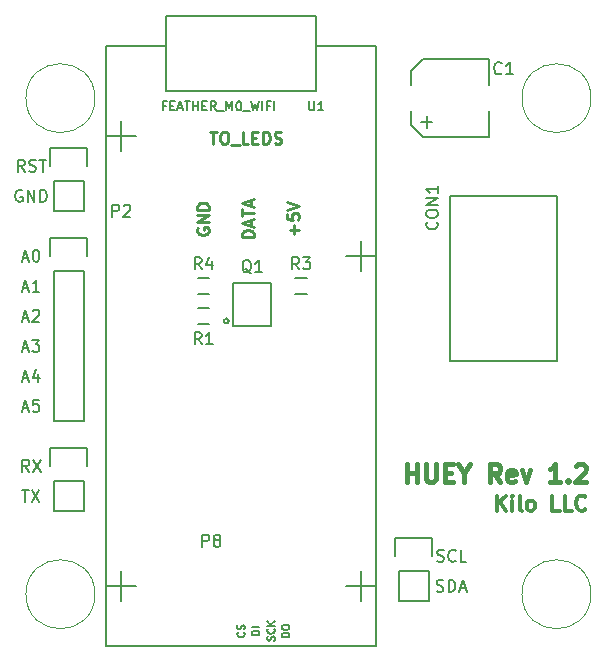
<source format=gto>
G04 #@! TF.FileFunction,Legend,Top*
%FSLAX46Y46*%
G04 Gerber Fmt 4.6, Leading zero omitted, Abs format (unit mm)*
G04 Created by KiCad (PCBNEW 4.0.5+dfsg1-4) date Mon May 28 17:54:40 2018*
%MOMM*%
%LPD*%
G01*
G04 APERTURE LIST*
%ADD10C,0.100000*%
%ADD11C,0.317500*%
%ADD12C,0.381000*%
%ADD13C,0.150000*%
%ADD14C,0.127000*%
%ADD15C,0.050800*%
%ADD16C,0.158750*%
%ADD17C,0.152400*%
%ADD18C,0.190500*%
%ADD19C,0.254000*%
G04 APERTURE END LIST*
D10*
D11*
X96005953Y-93919524D02*
X96005953Y-92649524D01*
X96731667Y-93919524D02*
X96187382Y-93193810D01*
X96731667Y-92649524D02*
X96005953Y-93375238D01*
X97275953Y-93919524D02*
X97275953Y-93072857D01*
X97275953Y-92649524D02*
X97215477Y-92710000D01*
X97275953Y-92770476D01*
X97336429Y-92710000D01*
X97275953Y-92649524D01*
X97275953Y-92770476D01*
X98062144Y-93919524D02*
X97941191Y-93859048D01*
X97880715Y-93738095D01*
X97880715Y-92649524D01*
X98727382Y-93919524D02*
X98606429Y-93859048D01*
X98545953Y-93798571D01*
X98485477Y-93677619D01*
X98485477Y-93314762D01*
X98545953Y-93193810D01*
X98606429Y-93133333D01*
X98727382Y-93072857D01*
X98908810Y-93072857D01*
X99029762Y-93133333D01*
X99090239Y-93193810D01*
X99150715Y-93314762D01*
X99150715Y-93677619D01*
X99090239Y-93798571D01*
X99029762Y-93859048D01*
X98908810Y-93919524D01*
X98727382Y-93919524D01*
X101267382Y-93919524D02*
X100662620Y-93919524D01*
X100662620Y-92649524D01*
X102295477Y-93919524D02*
X101690715Y-93919524D01*
X101690715Y-92649524D01*
X103444524Y-93798571D02*
X103384048Y-93859048D01*
X103202619Y-93919524D01*
X103081667Y-93919524D01*
X102900239Y-93859048D01*
X102779286Y-93738095D01*
X102718810Y-93617143D01*
X102658334Y-93375238D01*
X102658334Y-93193810D01*
X102718810Y-92951905D01*
X102779286Y-92830952D01*
X102900239Y-92710000D01*
X103081667Y-92649524D01*
X103202619Y-92649524D01*
X103384048Y-92710000D01*
X103444524Y-92770476D01*
D12*
X88337571Y-91494429D02*
X88337571Y-89970429D01*
X88337571Y-90696143D02*
X89208428Y-90696143D01*
X89208428Y-91494429D02*
X89208428Y-89970429D01*
X89934142Y-89970429D02*
X89934142Y-91204143D01*
X90006714Y-91349286D01*
X90079285Y-91421857D01*
X90224428Y-91494429D01*
X90514714Y-91494429D01*
X90659856Y-91421857D01*
X90732428Y-91349286D01*
X90804999Y-91204143D01*
X90804999Y-89970429D01*
X91530713Y-90696143D02*
X92038713Y-90696143D01*
X92256427Y-91494429D02*
X91530713Y-91494429D01*
X91530713Y-89970429D01*
X92256427Y-89970429D01*
X93199856Y-90768714D02*
X93199856Y-91494429D01*
X92691856Y-89970429D02*
X93199856Y-90768714D01*
X93707856Y-89970429D01*
X96247856Y-91494429D02*
X95739856Y-90768714D01*
X95376999Y-91494429D02*
X95376999Y-89970429D01*
X95957571Y-89970429D01*
X96102713Y-90043000D01*
X96175285Y-90115571D01*
X96247856Y-90260714D01*
X96247856Y-90478429D01*
X96175285Y-90623571D01*
X96102713Y-90696143D01*
X95957571Y-90768714D01*
X95376999Y-90768714D01*
X97481571Y-91421857D02*
X97336428Y-91494429D01*
X97046142Y-91494429D01*
X96900999Y-91421857D01*
X96828428Y-91276714D01*
X96828428Y-90696143D01*
X96900999Y-90551000D01*
X97046142Y-90478429D01*
X97336428Y-90478429D01*
X97481571Y-90551000D01*
X97554142Y-90696143D01*
X97554142Y-90841286D01*
X96828428Y-90986429D01*
X98062142Y-90478429D02*
X98424999Y-91494429D01*
X98787857Y-90478429D01*
X101327857Y-91494429D02*
X100457000Y-91494429D01*
X100892428Y-91494429D02*
X100892428Y-89970429D01*
X100747285Y-90188143D01*
X100602143Y-90333286D01*
X100457000Y-90405857D01*
X101981000Y-91349286D02*
X102053572Y-91421857D01*
X101981000Y-91494429D01*
X101908429Y-91421857D01*
X101981000Y-91349286D01*
X101981000Y-91494429D01*
X102634143Y-90115571D02*
X102706714Y-90043000D01*
X102851857Y-89970429D01*
X103214714Y-89970429D01*
X103359857Y-90043000D01*
X103432428Y-90115571D01*
X103505000Y-90260714D01*
X103505000Y-90405857D01*
X103432428Y-90623571D01*
X102561571Y-91494429D01*
X103505000Y-91494429D01*
D13*
X60960000Y-66040000D02*
X60960000Y-68580000D01*
X61240000Y-63220000D02*
X61240000Y-64770000D01*
X60960000Y-66040000D02*
X58420000Y-66040000D01*
X58140000Y-64770000D02*
X58140000Y-63220000D01*
X58140000Y-63220000D02*
X61240000Y-63220000D01*
X58420000Y-66040000D02*
X58420000Y-68580000D01*
X58420000Y-68580000D02*
X60960000Y-68580000D01*
X90170000Y-99060000D02*
X90170000Y-101600000D01*
X90450000Y-96240000D02*
X90450000Y-97790000D01*
X90170000Y-99060000D02*
X87630000Y-99060000D01*
X87350000Y-97790000D02*
X87350000Y-96240000D01*
X87350000Y-96240000D02*
X90450000Y-96240000D01*
X87630000Y-99060000D02*
X87630000Y-101600000D01*
X87630000Y-101600000D02*
X90170000Y-101600000D01*
X60960000Y-91440000D02*
X60960000Y-93980000D01*
X61240000Y-88620000D02*
X61240000Y-90170000D01*
X60960000Y-91440000D02*
X58420000Y-91440000D01*
X58140000Y-90170000D02*
X58140000Y-88620000D01*
X58140000Y-88620000D02*
X61240000Y-88620000D01*
X58420000Y-91440000D02*
X58420000Y-93980000D01*
X58420000Y-93980000D02*
X60960000Y-93980000D01*
X60960000Y-73660000D02*
X60960000Y-86360000D01*
X60960000Y-86360000D02*
X58420000Y-86360000D01*
X58420000Y-86360000D02*
X58420000Y-73660000D01*
X61240000Y-70840000D02*
X61240000Y-72390000D01*
X60960000Y-73660000D02*
X58420000Y-73660000D01*
X58140000Y-72390000D02*
X58140000Y-70840000D01*
X58140000Y-70840000D02*
X61240000Y-70840000D01*
D14*
X73652340Y-78248320D02*
X76847660Y-78248320D01*
X76847660Y-78248320D02*
X76847660Y-74651680D01*
X76847660Y-74651680D02*
X73652340Y-74651680D01*
X73652340Y-74651680D02*
X73652340Y-78248320D01*
X73050360Y-78047660D02*
X72999560Y-78042580D01*
X72999560Y-78042580D02*
X72951300Y-78022260D01*
X72951300Y-78022260D02*
X72910660Y-77989240D01*
X72910660Y-77989240D02*
X72877640Y-77948600D01*
X72877640Y-77948600D02*
X72857320Y-77900340D01*
X72857320Y-77900340D02*
X72852240Y-77849540D01*
X72852240Y-77849540D02*
X72857320Y-77796200D01*
X72857320Y-77796200D02*
X72877640Y-77747940D01*
X72877640Y-77747940D02*
X72910660Y-77707300D01*
X72910660Y-77707300D02*
X72951300Y-77674280D01*
X72951300Y-77674280D02*
X72999560Y-77656500D01*
X72999560Y-77656500D02*
X73050360Y-77648880D01*
X73050360Y-77648880D02*
X73103700Y-77656500D01*
X73103700Y-77656500D02*
X73151960Y-77674280D01*
X73151960Y-77674280D02*
X73192600Y-77707300D01*
X73192600Y-77707300D02*
X73225620Y-77747940D01*
X73225620Y-77747940D02*
X73243400Y-77796200D01*
X73243400Y-77796200D02*
X73251020Y-77849540D01*
X73251020Y-77849540D02*
X73243400Y-77900340D01*
X73243400Y-77900340D02*
X73225620Y-77948600D01*
X73225620Y-77948600D02*
X73192600Y-77989240D01*
X73192600Y-77989240D02*
X73151960Y-78022260D01*
X73151960Y-78022260D02*
X73103700Y-78042580D01*
X73103700Y-78042580D02*
X73050360Y-78047660D01*
D13*
X70620000Y-76795000D02*
X71620000Y-76795000D01*
X71620000Y-78145000D02*
X70620000Y-78145000D01*
X78875000Y-74255000D02*
X79875000Y-74255000D01*
X79875000Y-75605000D02*
X78875000Y-75605000D01*
X71620000Y-75605000D02*
X70620000Y-75605000D01*
X70620000Y-74255000D02*
X71620000Y-74255000D01*
D15*
X61921000Y-101000000D02*
G75*
G03X61921000Y-101000000I-2921000J0D01*
G01*
X103921000Y-59000000D02*
G75*
G03X103921000Y-59000000I-2921000J0D01*
G01*
X61921000Y-59000000D02*
G75*
G03X61921000Y-59000000I-2921000J0D01*
G01*
X103921000Y-101000000D02*
G75*
G03X103921000Y-101000000I-2921000J0D01*
G01*
D13*
X101020000Y-81280000D02*
X101020000Y-67280000D01*
X101020000Y-67280000D02*
X92020000Y-67280000D01*
X92020000Y-67280000D02*
X92020000Y-81280000D01*
X96520000Y-81280000D02*
X101020000Y-81280000D01*
X96520000Y-81280000D02*
X92020000Y-81280000D01*
D14*
X95299460Y-60099820D02*
X95299460Y-62299460D01*
X95299460Y-62299460D02*
X89701300Y-62299460D01*
X89701300Y-62299460D02*
X88700540Y-61298700D01*
X88700540Y-61298700D02*
X88700540Y-60099820D01*
X95299460Y-57900180D02*
X95299460Y-55700540D01*
X95299460Y-55700540D02*
X89701300Y-55700540D01*
X89701300Y-55700540D02*
X88700540Y-56701300D01*
X88700540Y-56701300D02*
X88700540Y-57900180D01*
X90501400Y-60998980D02*
X89500640Y-60998980D01*
X90001020Y-60498600D02*
X90001020Y-61499360D01*
D13*
X84455000Y-71120000D02*
X84455000Y-73660000D01*
X83185000Y-72390000D02*
X85725000Y-72390000D01*
X84455000Y-99060000D02*
X84455000Y-101600000D01*
X83185000Y-100330000D02*
X85725000Y-100330000D01*
X62865000Y-100330000D02*
X65405000Y-100330000D01*
X64135000Y-101600000D02*
X64135000Y-99060000D01*
X64135000Y-60960000D02*
X64135000Y-63500000D01*
X65405000Y-62230000D02*
X62865000Y-62230000D01*
X80645000Y-54610000D02*
X85725000Y-54610000D01*
X67945000Y-54610000D02*
X62865000Y-54610000D01*
X67945000Y-52070000D02*
X67945000Y-58420000D01*
X67945000Y-58420000D02*
X80645000Y-58420000D01*
X80645000Y-58420000D02*
X80645000Y-52070000D01*
X80645000Y-52070000D02*
X67945000Y-52070000D01*
X85725000Y-54610000D02*
X85725000Y-105410000D01*
X85725000Y-105410000D02*
X62865000Y-105410000D01*
X62865000Y-105410000D02*
X62865000Y-54610000D01*
D16*
X77112024Y-104936429D02*
X77142262Y-104845714D01*
X77142262Y-104694524D01*
X77112024Y-104634048D01*
X77081786Y-104603810D01*
X77021310Y-104573571D01*
X76960833Y-104573571D01*
X76900357Y-104603810D01*
X76870119Y-104634048D01*
X76839881Y-104694524D01*
X76809643Y-104815476D01*
X76779405Y-104875952D01*
X76749167Y-104906191D01*
X76688690Y-104936429D01*
X76628214Y-104936429D01*
X76567738Y-104906191D01*
X76537500Y-104875952D01*
X76507262Y-104815476D01*
X76507262Y-104664286D01*
X76537500Y-104573571D01*
X77081786Y-103938571D02*
X77112024Y-103968809D01*
X77142262Y-104059524D01*
X77142262Y-104120000D01*
X77112024Y-104210714D01*
X77051548Y-104271190D01*
X76991071Y-104301429D01*
X76870119Y-104331667D01*
X76779405Y-104331667D01*
X76658452Y-104301429D01*
X76597976Y-104271190D01*
X76537500Y-104210714D01*
X76507262Y-104120000D01*
X76507262Y-104059524D01*
X76537500Y-103968809D01*
X76567738Y-103938571D01*
X77142262Y-103666429D02*
X76507262Y-103666429D01*
X77142262Y-103303571D02*
X76779405Y-103575714D01*
X76507262Y-103303571D02*
X76870119Y-103666429D01*
X78392262Y-104618929D02*
X77757262Y-104618929D01*
X77757262Y-104467738D01*
X77787500Y-104377024D01*
X77847976Y-104316548D01*
X77908452Y-104286309D01*
X78029405Y-104256071D01*
X78120119Y-104256071D01*
X78241071Y-104286309D01*
X78301548Y-104316548D01*
X78362024Y-104377024D01*
X78392262Y-104467738D01*
X78392262Y-104618929D01*
X77757262Y-103862976D02*
X77757262Y-103742024D01*
X77787500Y-103681548D01*
X77847976Y-103621071D01*
X77968929Y-103590833D01*
X78180595Y-103590833D01*
X78301548Y-103621071D01*
X78362024Y-103681548D01*
X78392262Y-103742024D01*
X78392262Y-103862976D01*
X78362024Y-103923452D01*
X78301548Y-103983929D01*
X78180595Y-104014167D01*
X77968929Y-104014167D01*
X77847976Y-103983929D01*
X77787500Y-103923452D01*
X77757262Y-103862976D01*
X74541786Y-104225833D02*
X74572024Y-104256071D01*
X74602262Y-104346786D01*
X74602262Y-104407262D01*
X74572024Y-104497976D01*
X74511548Y-104558452D01*
X74451071Y-104588691D01*
X74330119Y-104618929D01*
X74239405Y-104618929D01*
X74118452Y-104588691D01*
X74057976Y-104558452D01*
X73997500Y-104497976D01*
X73967262Y-104407262D01*
X73967262Y-104346786D01*
X73997500Y-104256071D01*
X74027738Y-104225833D01*
X74572024Y-103983929D02*
X74602262Y-103893214D01*
X74602262Y-103742024D01*
X74572024Y-103681548D01*
X74541786Y-103651310D01*
X74481310Y-103621071D01*
X74420833Y-103621071D01*
X74360357Y-103651310D01*
X74330119Y-103681548D01*
X74299881Y-103742024D01*
X74269643Y-103862976D01*
X74239405Y-103923452D01*
X74209167Y-103953691D01*
X74148690Y-103983929D01*
X74088214Y-103983929D01*
X74027738Y-103953691D01*
X73997500Y-103923452D01*
X73967262Y-103862976D01*
X73967262Y-103711786D01*
X73997500Y-103621071D01*
X75852262Y-104437500D02*
X75217262Y-104437500D01*
X75217262Y-104286309D01*
X75247500Y-104195595D01*
X75307976Y-104135119D01*
X75368452Y-104104880D01*
X75489405Y-104074642D01*
X75580119Y-104074642D01*
X75701071Y-104104880D01*
X75761548Y-104135119D01*
X75822024Y-104195595D01*
X75852262Y-104286309D01*
X75852262Y-104437500D01*
X75852262Y-103802500D02*
X75217262Y-103802500D01*
D13*
X55753096Y-66810000D02*
X55657858Y-66762381D01*
X55515001Y-66762381D01*
X55372143Y-66810000D01*
X55276905Y-66905238D01*
X55229286Y-67000476D01*
X55181667Y-67190952D01*
X55181667Y-67333810D01*
X55229286Y-67524286D01*
X55276905Y-67619524D01*
X55372143Y-67714762D01*
X55515001Y-67762381D01*
X55610239Y-67762381D01*
X55753096Y-67714762D01*
X55800715Y-67667143D01*
X55800715Y-67333810D01*
X55610239Y-67333810D01*
X56229286Y-67762381D02*
X56229286Y-66762381D01*
X56800715Y-67762381D01*
X56800715Y-66762381D01*
X57276905Y-67762381D02*
X57276905Y-66762381D01*
X57515000Y-66762381D01*
X57657858Y-66810000D01*
X57753096Y-66905238D01*
X57800715Y-67000476D01*
X57848334Y-67190952D01*
X57848334Y-67333810D01*
X57800715Y-67524286D01*
X57753096Y-67619524D01*
X57657858Y-67714762D01*
X57515000Y-67762381D01*
X57276905Y-67762381D01*
X55967381Y-65222381D02*
X55634047Y-64746190D01*
X55395952Y-65222381D02*
X55395952Y-64222381D01*
X55776905Y-64222381D01*
X55872143Y-64270000D01*
X55919762Y-64317619D01*
X55967381Y-64412857D01*
X55967381Y-64555714D01*
X55919762Y-64650952D01*
X55872143Y-64698571D01*
X55776905Y-64746190D01*
X55395952Y-64746190D01*
X56348333Y-65174762D02*
X56491190Y-65222381D01*
X56729286Y-65222381D01*
X56824524Y-65174762D01*
X56872143Y-65127143D01*
X56919762Y-65031905D01*
X56919762Y-64936667D01*
X56872143Y-64841429D01*
X56824524Y-64793810D01*
X56729286Y-64746190D01*
X56538809Y-64698571D01*
X56443571Y-64650952D01*
X56395952Y-64603333D01*
X56348333Y-64508095D01*
X56348333Y-64412857D01*
X56395952Y-64317619D01*
X56443571Y-64270000D01*
X56538809Y-64222381D01*
X56776905Y-64222381D01*
X56919762Y-64270000D01*
X57205476Y-64222381D02*
X57776905Y-64222381D01*
X57491190Y-65222381D02*
X57491190Y-64222381D01*
X90860714Y-100734762D02*
X91003571Y-100782381D01*
X91241667Y-100782381D01*
X91336905Y-100734762D01*
X91384524Y-100687143D01*
X91432143Y-100591905D01*
X91432143Y-100496667D01*
X91384524Y-100401429D01*
X91336905Y-100353810D01*
X91241667Y-100306190D01*
X91051190Y-100258571D01*
X90955952Y-100210952D01*
X90908333Y-100163333D01*
X90860714Y-100068095D01*
X90860714Y-99972857D01*
X90908333Y-99877619D01*
X90955952Y-99830000D01*
X91051190Y-99782381D01*
X91289286Y-99782381D01*
X91432143Y-99830000D01*
X91860714Y-100782381D02*
X91860714Y-99782381D01*
X92098809Y-99782381D01*
X92241667Y-99830000D01*
X92336905Y-99925238D01*
X92384524Y-100020476D01*
X92432143Y-100210952D01*
X92432143Y-100353810D01*
X92384524Y-100544286D01*
X92336905Y-100639524D01*
X92241667Y-100734762D01*
X92098809Y-100782381D01*
X91860714Y-100782381D01*
X92813095Y-100496667D02*
X93289286Y-100496667D01*
X92717857Y-100782381D02*
X93051190Y-99782381D01*
X93384524Y-100782381D01*
X90884524Y-98194762D02*
X91027381Y-98242381D01*
X91265477Y-98242381D01*
X91360715Y-98194762D01*
X91408334Y-98147143D01*
X91455953Y-98051905D01*
X91455953Y-97956667D01*
X91408334Y-97861429D01*
X91360715Y-97813810D01*
X91265477Y-97766190D01*
X91075000Y-97718571D01*
X90979762Y-97670952D01*
X90932143Y-97623333D01*
X90884524Y-97528095D01*
X90884524Y-97432857D01*
X90932143Y-97337619D01*
X90979762Y-97290000D01*
X91075000Y-97242381D01*
X91313096Y-97242381D01*
X91455953Y-97290000D01*
X92455953Y-98147143D02*
X92408334Y-98194762D01*
X92265477Y-98242381D01*
X92170239Y-98242381D01*
X92027381Y-98194762D01*
X91932143Y-98099524D01*
X91884524Y-98004286D01*
X91836905Y-97813810D01*
X91836905Y-97670952D01*
X91884524Y-97480476D01*
X91932143Y-97385238D01*
X92027381Y-97290000D01*
X92170239Y-97242381D01*
X92265477Y-97242381D01*
X92408334Y-97290000D01*
X92455953Y-97337619D01*
X93360715Y-98242381D02*
X92884524Y-98242381D01*
X92884524Y-97242381D01*
X55753095Y-92162381D02*
X56324524Y-92162381D01*
X56038809Y-93162381D02*
X56038809Y-92162381D01*
X56562619Y-92162381D02*
X57229286Y-93162381D01*
X57229286Y-92162381D02*
X56562619Y-93162381D01*
X56348334Y-90622381D02*
X56015000Y-90146190D01*
X55776905Y-90622381D02*
X55776905Y-89622381D01*
X56157858Y-89622381D01*
X56253096Y-89670000D01*
X56300715Y-89717619D01*
X56348334Y-89812857D01*
X56348334Y-89955714D01*
X56300715Y-90050952D01*
X56253096Y-90098571D01*
X56157858Y-90146190D01*
X55776905Y-90146190D01*
X56681667Y-89622381D02*
X57348334Y-90622381D01*
X57348334Y-89622381D02*
X56681667Y-90622381D01*
X55800714Y-85256667D02*
X56276905Y-85256667D01*
X55705476Y-85542381D02*
X56038809Y-84542381D01*
X56372143Y-85542381D01*
X57181667Y-84542381D02*
X56705476Y-84542381D01*
X56657857Y-85018571D01*
X56705476Y-84970952D01*
X56800714Y-84923333D01*
X57038810Y-84923333D01*
X57134048Y-84970952D01*
X57181667Y-85018571D01*
X57229286Y-85113810D01*
X57229286Y-85351905D01*
X57181667Y-85447143D01*
X57134048Y-85494762D01*
X57038810Y-85542381D01*
X56800714Y-85542381D01*
X56705476Y-85494762D01*
X56657857Y-85447143D01*
X55800714Y-82716667D02*
X56276905Y-82716667D01*
X55705476Y-83002381D02*
X56038809Y-82002381D01*
X56372143Y-83002381D01*
X57134048Y-82335714D02*
X57134048Y-83002381D01*
X56895952Y-81954762D02*
X56657857Y-82669048D01*
X57276905Y-82669048D01*
X55800714Y-80176667D02*
X56276905Y-80176667D01*
X55705476Y-80462381D02*
X56038809Y-79462381D01*
X56372143Y-80462381D01*
X56610238Y-79462381D02*
X57229286Y-79462381D01*
X56895952Y-79843333D01*
X57038810Y-79843333D01*
X57134048Y-79890952D01*
X57181667Y-79938571D01*
X57229286Y-80033810D01*
X57229286Y-80271905D01*
X57181667Y-80367143D01*
X57134048Y-80414762D01*
X57038810Y-80462381D01*
X56753095Y-80462381D01*
X56657857Y-80414762D01*
X56610238Y-80367143D01*
X55800714Y-77636667D02*
X56276905Y-77636667D01*
X55705476Y-77922381D02*
X56038809Y-76922381D01*
X56372143Y-77922381D01*
X56657857Y-77017619D02*
X56705476Y-76970000D01*
X56800714Y-76922381D01*
X57038810Y-76922381D01*
X57134048Y-76970000D01*
X57181667Y-77017619D01*
X57229286Y-77112857D01*
X57229286Y-77208095D01*
X57181667Y-77350952D01*
X56610238Y-77922381D01*
X57229286Y-77922381D01*
X55800714Y-75096667D02*
X56276905Y-75096667D01*
X55705476Y-75382381D02*
X56038809Y-74382381D01*
X56372143Y-75382381D01*
X57229286Y-75382381D02*
X56657857Y-75382381D01*
X56943571Y-75382381D02*
X56943571Y-74382381D01*
X56848333Y-74525238D01*
X56753095Y-74620476D01*
X56657857Y-74668095D01*
X55800714Y-72556667D02*
X56276905Y-72556667D01*
X55705476Y-72842381D02*
X56038809Y-71842381D01*
X56372143Y-72842381D01*
X56895952Y-71842381D02*
X56991191Y-71842381D01*
X57086429Y-71890000D01*
X57134048Y-71937619D01*
X57181667Y-72032857D01*
X57229286Y-72223333D01*
X57229286Y-72461429D01*
X57181667Y-72651905D01*
X57134048Y-72747143D01*
X57086429Y-72794762D01*
X56991191Y-72842381D01*
X56895952Y-72842381D01*
X56800714Y-72794762D01*
X56753095Y-72747143D01*
X56705476Y-72651905D01*
X56657857Y-72461429D01*
X56657857Y-72223333D01*
X56705476Y-72032857D01*
X56753095Y-71937619D01*
X56800714Y-71890000D01*
X56895952Y-71842381D01*
D17*
X75153238Y-73831381D02*
X75056476Y-73783000D01*
X74959714Y-73686238D01*
X74814571Y-73541095D01*
X74717810Y-73492714D01*
X74621048Y-73492714D01*
X74669429Y-73734619D02*
X74572667Y-73686238D01*
X74475905Y-73589476D01*
X74427524Y-73395952D01*
X74427524Y-73057286D01*
X74475905Y-72863762D01*
X74572667Y-72767000D01*
X74669429Y-72718619D01*
X74862952Y-72718619D01*
X74959714Y-72767000D01*
X75056476Y-72863762D01*
X75104857Y-73057286D01*
X75104857Y-73395952D01*
X75056476Y-73589476D01*
X74959714Y-73686238D01*
X74862952Y-73734619D01*
X74669429Y-73734619D01*
X76072476Y-73734619D02*
X75491905Y-73734619D01*
X75782191Y-73734619D02*
X75782191Y-72718619D01*
X75685429Y-72863762D01*
X75588667Y-72960524D01*
X75491905Y-73008905D01*
D13*
X70953334Y-79827381D02*
X70620000Y-79351190D01*
X70381905Y-79827381D02*
X70381905Y-78827381D01*
X70762858Y-78827381D01*
X70858096Y-78875000D01*
X70905715Y-78922619D01*
X70953334Y-79017857D01*
X70953334Y-79160714D01*
X70905715Y-79255952D01*
X70858096Y-79303571D01*
X70762858Y-79351190D01*
X70381905Y-79351190D01*
X71905715Y-79827381D02*
X71334286Y-79827381D01*
X71620000Y-79827381D02*
X71620000Y-78827381D01*
X71524762Y-78970238D01*
X71429524Y-79065476D01*
X71334286Y-79113095D01*
X79208334Y-73477381D02*
X78875000Y-73001190D01*
X78636905Y-73477381D02*
X78636905Y-72477381D01*
X79017858Y-72477381D01*
X79113096Y-72525000D01*
X79160715Y-72572619D01*
X79208334Y-72667857D01*
X79208334Y-72810714D01*
X79160715Y-72905952D01*
X79113096Y-72953571D01*
X79017858Y-73001190D01*
X78636905Y-73001190D01*
X79541667Y-72477381D02*
X80160715Y-72477381D01*
X79827381Y-72858333D01*
X79970239Y-72858333D01*
X80065477Y-72905952D01*
X80113096Y-72953571D01*
X80160715Y-73048810D01*
X80160715Y-73286905D01*
X80113096Y-73382143D01*
X80065477Y-73429762D01*
X79970239Y-73477381D01*
X79684524Y-73477381D01*
X79589286Y-73429762D01*
X79541667Y-73382143D01*
X70953334Y-73477381D02*
X70620000Y-73001190D01*
X70381905Y-73477381D02*
X70381905Y-72477381D01*
X70762858Y-72477381D01*
X70858096Y-72525000D01*
X70905715Y-72572619D01*
X70953334Y-72667857D01*
X70953334Y-72810714D01*
X70905715Y-72905952D01*
X70858096Y-72953571D01*
X70762858Y-73001190D01*
X70381905Y-73001190D01*
X71810477Y-72810714D02*
X71810477Y-73477381D01*
X71572381Y-72429762D02*
X71334286Y-73144048D01*
X71953334Y-73144048D01*
X90877143Y-69494285D02*
X90924762Y-69541904D01*
X90972381Y-69684761D01*
X90972381Y-69779999D01*
X90924762Y-69922857D01*
X90829524Y-70018095D01*
X90734286Y-70065714D01*
X90543810Y-70113333D01*
X90400952Y-70113333D01*
X90210476Y-70065714D01*
X90115238Y-70018095D01*
X90020000Y-69922857D01*
X89972381Y-69779999D01*
X89972381Y-69684761D01*
X90020000Y-69541904D01*
X90067619Y-69494285D01*
X89972381Y-68875238D02*
X89972381Y-68684761D01*
X90020000Y-68589523D01*
X90115238Y-68494285D01*
X90305714Y-68446666D01*
X90639048Y-68446666D01*
X90829524Y-68494285D01*
X90924762Y-68589523D01*
X90972381Y-68684761D01*
X90972381Y-68875238D01*
X90924762Y-68970476D01*
X90829524Y-69065714D01*
X90639048Y-69113333D01*
X90305714Y-69113333D01*
X90115238Y-69065714D01*
X90020000Y-68970476D01*
X89972381Y-68875238D01*
X90972381Y-68018095D02*
X89972381Y-68018095D01*
X90972381Y-67446666D01*
X89972381Y-67446666D01*
X90972381Y-66446666D02*
X90972381Y-67018095D01*
X90972381Y-66732381D02*
X89972381Y-66732381D01*
X90115238Y-66827619D01*
X90210476Y-66922857D01*
X90258095Y-67018095D01*
D17*
X96350667Y-56877857D02*
X96302286Y-56926238D01*
X96157143Y-56974619D01*
X96060381Y-56974619D01*
X95915239Y-56926238D01*
X95818477Y-56829476D01*
X95770096Y-56732714D01*
X95721715Y-56539190D01*
X95721715Y-56394048D01*
X95770096Y-56200524D01*
X95818477Y-56103762D01*
X95915239Y-56007000D01*
X96060381Y-55958619D01*
X96157143Y-55958619D01*
X96302286Y-56007000D01*
X96350667Y-56055381D01*
X97318286Y-56974619D02*
X96737715Y-56974619D01*
X97028001Y-56974619D02*
X97028001Y-55958619D01*
X96931239Y-56103762D01*
X96834477Y-56200524D01*
X96737715Y-56248905D01*
D18*
X80064429Y-59272714D02*
X80064429Y-59889571D01*
X80100714Y-59962143D01*
X80137000Y-59998429D01*
X80209571Y-60034714D01*
X80354714Y-60034714D01*
X80427286Y-59998429D01*
X80463571Y-59962143D01*
X80499857Y-59889571D01*
X80499857Y-59272714D01*
X81261857Y-60034714D02*
X80826429Y-60034714D01*
X81044143Y-60034714D02*
X81044143Y-59272714D01*
X80971572Y-59381571D01*
X80899000Y-59454143D01*
X80826429Y-59490429D01*
X67908715Y-59635571D02*
X67654715Y-59635571D01*
X67654715Y-60034714D02*
X67654715Y-59272714D01*
X68017572Y-59272714D01*
X68307858Y-59635571D02*
X68561858Y-59635571D01*
X68670715Y-60034714D02*
X68307858Y-60034714D01*
X68307858Y-59272714D01*
X68670715Y-59272714D01*
X68961001Y-59817000D02*
X69323858Y-59817000D01*
X68888429Y-60034714D02*
X69142429Y-59272714D01*
X69396429Y-60034714D01*
X69541572Y-59272714D02*
X69977001Y-59272714D01*
X69759287Y-60034714D02*
X69759287Y-59272714D01*
X70231001Y-60034714D02*
X70231001Y-59272714D01*
X70231001Y-59635571D02*
X70666429Y-59635571D01*
X70666429Y-60034714D02*
X70666429Y-59272714D01*
X71029287Y-59635571D02*
X71283287Y-59635571D01*
X71392144Y-60034714D02*
X71029287Y-60034714D01*
X71029287Y-59272714D01*
X71392144Y-59272714D01*
X72154144Y-60034714D02*
X71900144Y-59671857D01*
X71718716Y-60034714D02*
X71718716Y-59272714D01*
X72009001Y-59272714D01*
X72081573Y-59309000D01*
X72117858Y-59345286D01*
X72154144Y-59417857D01*
X72154144Y-59526714D01*
X72117858Y-59599286D01*
X72081573Y-59635571D01*
X72009001Y-59671857D01*
X71718716Y-59671857D01*
X72299287Y-60107286D02*
X72879858Y-60107286D01*
X73061287Y-60034714D02*
X73061287Y-59272714D01*
X73315287Y-59817000D01*
X73569287Y-59272714D01*
X73569287Y-60034714D01*
X74077286Y-59272714D02*
X74149858Y-59272714D01*
X74222429Y-59309000D01*
X74258715Y-59345286D01*
X74295001Y-59417857D01*
X74331286Y-59563000D01*
X74331286Y-59744429D01*
X74295001Y-59889571D01*
X74258715Y-59962143D01*
X74222429Y-59998429D01*
X74149858Y-60034714D01*
X74077286Y-60034714D01*
X74004715Y-59998429D01*
X73968429Y-59962143D01*
X73932144Y-59889571D01*
X73895858Y-59744429D01*
X73895858Y-59563000D01*
X73932144Y-59417857D01*
X73968429Y-59345286D01*
X74004715Y-59309000D01*
X74077286Y-59272714D01*
X74476429Y-60107286D02*
X75057000Y-60107286D01*
X75165857Y-59272714D02*
X75347286Y-60034714D01*
X75492429Y-59490429D01*
X75637571Y-60034714D01*
X75819000Y-59272714D01*
X76109286Y-60034714D02*
X76109286Y-59272714D01*
X76726143Y-59635571D02*
X76472143Y-59635571D01*
X76472143Y-60034714D02*
X76472143Y-59272714D01*
X76835000Y-59272714D01*
X77125286Y-60034714D02*
X77125286Y-59272714D01*
D19*
X71667810Y-61848619D02*
X72248381Y-61848619D01*
X71958096Y-62864619D02*
X71958096Y-61848619D01*
X72780572Y-61848619D02*
X72974095Y-61848619D01*
X73070857Y-61897000D01*
X73167619Y-61993762D01*
X73216000Y-62187286D01*
X73216000Y-62525952D01*
X73167619Y-62719476D01*
X73070857Y-62816238D01*
X72974095Y-62864619D01*
X72780572Y-62864619D01*
X72683810Y-62816238D01*
X72587048Y-62719476D01*
X72538667Y-62525952D01*
X72538667Y-62187286D01*
X72587048Y-61993762D01*
X72683810Y-61897000D01*
X72780572Y-61848619D01*
X73409524Y-62961381D02*
X74183619Y-62961381D01*
X74909333Y-62864619D02*
X74425524Y-62864619D01*
X74425524Y-61848619D01*
X75248000Y-62332429D02*
X75586666Y-62332429D01*
X75731809Y-62864619D02*
X75248000Y-62864619D01*
X75248000Y-61848619D01*
X75731809Y-61848619D01*
X76167238Y-62864619D02*
X76167238Y-61848619D01*
X76409143Y-61848619D01*
X76554285Y-61897000D01*
X76651047Y-61993762D01*
X76699428Y-62090524D01*
X76747809Y-62284048D01*
X76747809Y-62429190D01*
X76699428Y-62622714D01*
X76651047Y-62719476D01*
X76554285Y-62816238D01*
X76409143Y-62864619D01*
X76167238Y-62864619D01*
X77134857Y-62816238D02*
X77280000Y-62864619D01*
X77521904Y-62864619D01*
X77618666Y-62816238D01*
X77667047Y-62767857D01*
X77715428Y-62671095D01*
X77715428Y-62574333D01*
X77667047Y-62477571D01*
X77618666Y-62429190D01*
X77521904Y-62380810D01*
X77328381Y-62332429D01*
X77231619Y-62284048D01*
X77183238Y-62235667D01*
X77134857Y-62138905D01*
X77134857Y-62042143D01*
X77183238Y-61945381D01*
X77231619Y-61897000D01*
X77328381Y-61848619D01*
X77570285Y-61848619D01*
X77715428Y-61897000D01*
X75389619Y-70738999D02*
X74373619Y-70738999D01*
X74373619Y-70497094D01*
X74422000Y-70351952D01*
X74518762Y-70255190D01*
X74615524Y-70206809D01*
X74809048Y-70158428D01*
X74954190Y-70158428D01*
X75147714Y-70206809D01*
X75244476Y-70255190D01*
X75341238Y-70351952D01*
X75389619Y-70497094D01*
X75389619Y-70738999D01*
X75099333Y-69771380D02*
X75099333Y-69287571D01*
X75389619Y-69868142D02*
X74373619Y-69529475D01*
X75389619Y-69190809D01*
X74373619Y-68997285D02*
X74373619Y-68416714D01*
X75389619Y-68706999D02*
X74373619Y-68706999D01*
X75099333Y-68126428D02*
X75099333Y-67642619D01*
X75389619Y-68223190D02*
X74373619Y-67884523D01*
X75389619Y-67545857D01*
X70612000Y-69989095D02*
X70563619Y-70085857D01*
X70563619Y-70231000D01*
X70612000Y-70376142D01*
X70708762Y-70472904D01*
X70805524Y-70521285D01*
X70999048Y-70569666D01*
X71144190Y-70569666D01*
X71337714Y-70521285D01*
X71434476Y-70472904D01*
X71531238Y-70376142D01*
X71579619Y-70231000D01*
X71579619Y-70134238D01*
X71531238Y-69989095D01*
X71482857Y-69940714D01*
X71144190Y-69940714D01*
X71144190Y-70134238D01*
X71579619Y-69505285D02*
X70563619Y-69505285D01*
X71579619Y-68924714D01*
X70563619Y-68924714D01*
X71579619Y-68440904D02*
X70563619Y-68440904D01*
X70563619Y-68198999D01*
X70612000Y-68053857D01*
X70708762Y-67957095D01*
X70805524Y-67908714D01*
X70999048Y-67860333D01*
X71144190Y-67860333D01*
X71337714Y-67908714D01*
X71434476Y-67957095D01*
X71531238Y-68053857D01*
X71579619Y-68198999D01*
X71579619Y-68440904D01*
X78812571Y-70521285D02*
X78812571Y-69747190D01*
X79199619Y-70134238D02*
X78425524Y-70134238D01*
X78183619Y-68779571D02*
X78183619Y-69263380D01*
X78667429Y-69311761D01*
X78619048Y-69263380D01*
X78570667Y-69166618D01*
X78570667Y-68924714D01*
X78619048Y-68827952D01*
X78667429Y-68779571D01*
X78764190Y-68731190D01*
X79006095Y-68731190D01*
X79102857Y-68779571D01*
X79151238Y-68827952D01*
X79199619Y-68924714D01*
X79199619Y-69166618D01*
X79151238Y-69263380D01*
X79102857Y-69311761D01*
X78183619Y-68440904D02*
X79199619Y-68102237D01*
X78183619Y-67763571D01*
D13*
X71016905Y-96972381D02*
X71016905Y-95972381D01*
X71397858Y-95972381D01*
X71493096Y-96020000D01*
X71540715Y-96067619D01*
X71588334Y-96162857D01*
X71588334Y-96305714D01*
X71540715Y-96400952D01*
X71493096Y-96448571D01*
X71397858Y-96496190D01*
X71016905Y-96496190D01*
X72159762Y-96400952D02*
X72064524Y-96353333D01*
X72016905Y-96305714D01*
X71969286Y-96210476D01*
X71969286Y-96162857D01*
X72016905Y-96067619D01*
X72064524Y-96020000D01*
X72159762Y-95972381D01*
X72350239Y-95972381D01*
X72445477Y-96020000D01*
X72493096Y-96067619D01*
X72540715Y-96162857D01*
X72540715Y-96210476D01*
X72493096Y-96305714D01*
X72445477Y-96353333D01*
X72350239Y-96400952D01*
X72159762Y-96400952D01*
X72064524Y-96448571D01*
X72016905Y-96496190D01*
X71969286Y-96591429D01*
X71969286Y-96781905D01*
X72016905Y-96877143D01*
X72064524Y-96924762D01*
X72159762Y-96972381D01*
X72350239Y-96972381D01*
X72445477Y-96924762D01*
X72493096Y-96877143D01*
X72540715Y-96781905D01*
X72540715Y-96591429D01*
X72493096Y-96496190D01*
X72445477Y-96448571D01*
X72350239Y-96400952D01*
X63396905Y-69032381D02*
X63396905Y-68032381D01*
X63777858Y-68032381D01*
X63873096Y-68080000D01*
X63920715Y-68127619D01*
X63968334Y-68222857D01*
X63968334Y-68365714D01*
X63920715Y-68460952D01*
X63873096Y-68508571D01*
X63777858Y-68556190D01*
X63396905Y-68556190D01*
X64349286Y-68127619D02*
X64396905Y-68080000D01*
X64492143Y-68032381D01*
X64730239Y-68032381D01*
X64825477Y-68080000D01*
X64873096Y-68127619D01*
X64920715Y-68222857D01*
X64920715Y-68318095D01*
X64873096Y-68460952D01*
X64301667Y-69032381D01*
X64920715Y-69032381D01*
M02*

</source>
